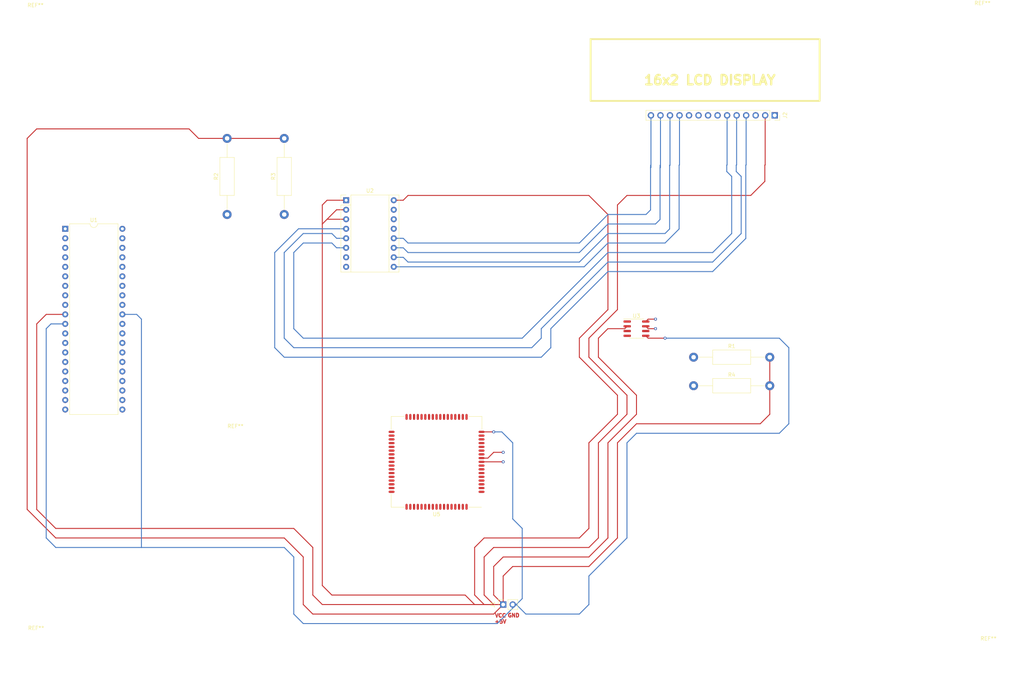
<source format=kicad_pcb>
(kicad_pcb (version 20211014) (generator pcbnew)
  (layers (0 "F.Cu" signal) (1 "In1.Cu" signal) (2 "In2.Cu" signal) (31 "B.Cu" signal) (34 "B.Paste" user) (35 "F.Paste" user) (36 "B.SilkS" user "B.Silkscreen") (37 "F.SilkS" user "F.Silkscreen") (38 "B.Mask" user) (39 "F.Mask" user) (44 "Edge.Cuts" user))
  (net 0 "")
  (net 1 "Net-(J1-Pad1)")
  (net 2 "Net-(J1-Pad2)")
  (net 3 "Net-(R1-Pad1)")
  (net 4 "Net-(R2-Pad1)")
  (net 13 "Net-(U1-Pad14)")
  (net 14 "Net-(U1-Pad15)")
  (net 51 "Net-(U5-Pad55)")
  (net 93 "Net-(U2-Pad4)")
  (net 94 "Net-(U2-Pad5)")
  (net 95 "Net-(U2-Pad6)")
  (net 98 "Net-(U2-Pad9)")
  (net 99 "Net-(U2-Pad10)")
  (net 100 "Net-(U2-Pad11)")
  (net 101 "Net-(U2-Pad12)")
  (footprint "MountingHole:MountingHole_5.3mm_M5" (layer "F.Cu") (at 22.7 187.85)
    (fp_text reference "REF**" (at 0 -6.3) (layer "F.SilkS"))
    (fp_text value "MountingHole_5.3mm_M5")
    (pad "" np_thru_hole circle (at 0 0) (size 5.3 5.3) (drill 5.3) (layers *.Cu *.Mask))
  )
  (footprint "MountingHole:MountingHole_5.3mm_M5" (layer "F.Cu") (at 275.2 21)
    (fp_text reference "REF**" (at 0 -6.3) (layer "F.SilkS"))
    (fp_text value "MountingHole_5.3mm_M5")
    (pad "" np_thru_hole circle (at 0 0) (size 5.3 5.3) (drill 5.3) (layers *.Cu *.Mask))
  )
  (footprint "Package_DIP:DIP-40_W15.24mm" (layer "F.Cu") (at 30.475 74.935)
    (fp_text reference "U1" (at 7.62 -2.33) (layer "F.SilkS"))
    (fp_text value "ATmega32A-P")
    (fp_line (start 1.16 -1.33) (end 1.16 49.59) (layer "F.SilkS") (width 0.12))
    (fp_line (start 1.16 49.59) (end 14.08 49.59) (layer "F.SilkS") (width 0.12))
    (fp_line (start 14.08 -1.33) (end 8.62 -1.33) (layer "F.SilkS") (width 0.12))
    (fp_line (start 14.08 49.59) (end 14.08 -1.33) (layer "F.SilkS") (width 0.12))
    (fp_line (start 6.62 -1.33) (end 1.16 -1.33) (layer "F.SilkS") (width 0.12))
    (fp_arc (start 8.62 -1.33) (mid 7.62 -0.33) (end 6.62 -1.33) (layer "F.SilkS") (width 0.12))
    (pad "1" thru_hole rect (at 0 0) (size 1.6 1.6) (drill 0.8) (layers *.Cu *.Mask))
    (pad "2" thru_hole oval (at 0 2.54) (size 1.6 1.6) (drill 0.8) (layers *.Cu *.Mask))
    (pad "3" thru_hole oval (at 0 5.08) (size 1.6 1.6) (drill 0.8) (layers *.Cu *.Mask))
    (pad "4" thru_hole oval (at 0 7.62) (size 1.6 1.6) (drill 0.8) (layers *.Cu *.Mask))
    (pad "5" thru_hole oval (at 0 10.16) (size 1.6 1.6) (drill 0.8) (layers *.Cu *.Mask))
    (pad "6" thru_hole oval (at 0 12.7) (size 1.6 1.6) (drill 0.8) (layers *.Cu *.Mask))
    (pad "7" thru_hole oval (at 0 15.24) (size 1.6 1.6) (drill 0.8) (layers *.Cu *.Mask))
    (pad "8" thru_hole oval (at 0 17.78) (size 1.6 1.6) (drill 0.8) (layers *.Cu *.Mask))
    (pad "9" thru_hole oval (at 0 20.32) (size 1.6 1.6) (drill 0.8) (layers *.Cu *.Mask))
    (pad "10" thru_hole oval (at 0 22.86) (size 1.6 1.6) (drill 0.8) (layers *.Cu *.Mask) (net 1 "Net-(J1-Pad1)"))
    (pad "11" thru_hole oval (at 0 25.4) (size 1.6 1.6) (drill 0.8) (layers *.Cu *.Mask) (net 2 "Net-(J1-Pad2)"))
    (pad "12" thru_hole oval (at 0 27.94) (size 1.6 1.6) (drill 0.8) (layers *.Cu *.Mask))
    (pad "13" thru_hole oval (at 0 30.48) (size 1.6 1.6) (drill 0.8) (layers *.Cu *.Mask))
    (pad "14" thru_hole oval (at 0 33.02) (size 1.6 1.6) (drill 0.8) (layers *.Cu *.Mask) (net 13 "Net-(U1-Pad14)"))
    (pad "15" thru_hole oval (at 0 35.56) (size 1.6 1.6) (drill 0.8) (layers *.Cu *.Mask) (net 14 "Net-(U1-Pad15)"))
    (pad "16" thru_hole oval (at 0 38.1) (size 1.6 1.6) (drill 0.8) (layers *.Cu *.Mask))
    (pad "17" thru_hole oval (at 0 40.64) (size 1.6 1.6) (drill 0.8) (layers *.Cu *.Mask))
    (pad "18" thru_hole oval (at 0 43.18) (size 1.6 1.6) (drill 0.8) (layers *.Cu *.Mask))
    (pad "19" thru_hole oval (at 0 45.72) (size 1.6 1.6) (drill 0.8) (layers *.Cu *.Mask))
    (pad "20" thru_hole oval (at 0 48.26) (size 1.6 1.6) (drill 0.8) (layers *.Cu *.Mask))
    (pad "21" thru_hole oval (at 15.24 48.26) (size 1.6 1.6) (drill 0.8) (layers *.Cu *.Mask))
    (pad "22" thru_hole oval (at 15.24 45.72) (size 1.6 1.6) (drill 0.8) (layers *.Cu *.Mask) (net 3 "Net-(R1-Pad1)"))
    (pad "23" thru_hole oval (at 15.24 43.18) (size 1.6 1.6) (drill 0.8) (layers *.Cu *.Mask) (net 4 "Net-(R2-Pad1)"))
    (pad "24" thru_hole oval (at 15.24 40.64) (size 1.6 1.6) (drill 0.8) (layers *.Cu *.Mask))
    (pad "25" thru_hole oval (at 15.24 38.1) (size 1.6 1.6) (drill 0.8) (layers *.Cu *.Mask))
    (pad "26" thru_hole oval (at 15.24 35.56) (size 1.6 1.6) (drill 0.8) (layers *.Cu *.Mask))
    (pad "27" thru_hole oval (at 15.24 33.02) (size 1.6 1.6) (drill 0.8) (layers *.Cu *.Mask))
    (pad "28" thru_hole oval (at 15.24 30.48) (size 1.6 1.6) (drill 0.8) (layers *.Cu *.Mask))
    (pad "29" thru_hole oval (at 15.24 27.94) (size 1.6 1.6) (drill 0.8) (layers *.Cu *.Mask))
    (pad "30" thru_hole oval (at 15.24 25.4) (size 1.6 1.6) (drill 0.8) (layers *.Cu *.Mask))
    (pad "31" thru_hole oval (at 15.24 22.86) (size 1.6 1.6) (drill 0.8) (layers *.Cu *.Mask) (net 2 "Net-(J1-Pad2)"))
    (pad "32" thru_hole oval (at 15.24 20.32) (size 1.6 1.6) (drill 0.8) (layers *.Cu *.Mask))
    (pad "33" thru_hole oval (at 15.24 17.78) (size 1.6 1.6) (drill 0.8) (layers *.Cu *.Mask))
    (pad "34" thru_hole oval (at 15.24 15.24) (size 1.6 1.6) (drill 0.8) (layers *.Cu *.Mask))
    (pad "35" thru_hole oval (at 15.24 12.7) (size 1.6 1.6) (drill 0.8) (layers *.Cu *.Mask))
    (pad "36" thru_hole oval (at 15.24 10.16) (size 1.6 1.6) (drill 0.8) (layers *.Cu *.Mask))
    (pad "37" thru_hole oval (at 15.24 7.62) (size 1.6 1.6) (drill 0.8) (layers *.Cu *.Mask))
    (pad "38" thru_hole oval (at 15.24 5.08) (size 1.6 1.6) (drill 0.8) (layers *.Cu *.Mask))
    (pad "39" thru_hole oval (at 15.24 2.54) (size 1.6 1.6) (drill 0.8) (layers *.Cu *.Mask))
    (pad "40" thru_hole oval (at 15.24 0) (size 1.6 1.6) (drill 0.8) (layers *.Cu *.Mask))
  )
  (footprint "RF_GSM:SIMCom_SIM900" (layer "F.Cu") (at 129.54 137.16 180)
    (fp_text reference "U5" (at 0 -14) (layer "F.SilkS"))
    (fp_text value "SIM900")
    (fp_line (start -12.11 12.11) (end -8.6 12.11) (layer "F.SilkS") (width 0.12))
    (fp_line (start 8.6 12.11) (end 12.11 12.11) (layer "F.SilkS") (width 0.12))
    (fp_line (start 12.11 8.6) (end 12.11 12.11) (layer "F.SilkS") (width 0.12))
    (fp_line (start -12 -12.11) (end -8.6 -12.11) (layer "F.SilkS") (width 0.12))
    (fp_line (start 12.11 -12.11) (end 12.11 -8.6) (layer "F.SilkS") (width 0.12))
    (fp_line (start -12.11 8.6) (end -12.11 12.11) (layer "F.SilkS") (width 0.12))
    (fp_line (start 8.6 -12.11) (end 12.11 -12.11) (layer "F.SilkS") (width 0.12))
    (pad "1" smd oval (at -12 -8 180) (size 1.6 0.6) (layers "F.Cu" "F.Paste" "F.Mask"))
    (pad "2" smd oval (at -12 -7 180) (size 1.6 0.6) (layers "F.Cu" "F.Paste" "F.Mask"))
    (pad "3" smd oval (at -12 -6 180) (size 1.6 0.6) (layers "F.Cu" "F.Paste" "F.Mask"))
    (pad "4" smd oval (at -12 -5 180) (size 1.6 0.6) (layers "F.Cu" "F.Paste" "F.Mask"))
    (pad "5" smd oval (at -12 -4 180) (size 1.6 0.6) (layers "F.Cu" "F.Paste" "F.Mask"))
    (pad "6" smd oval (at -12 -3 180) (size 1.6 0.6) (layers "F.Cu" "F.Paste" "F.Mask"))
    (pad "7" smd oval (at -12 -2 180) (size 1.6 0.6) (layers "F.Cu" "F.Paste" "F.Mask"))
    (pad "8" smd oval (at -12 -1 180) (size 1.6 0.6) (layers "F.Cu" "F.Paste" "F.Mask"))
    (pad "9" smd oval (at -12 0 180) (size 1.6 0.6) (layers "F.Cu" "F.Paste" "F.Mask") (net 13 "Net-(U1-Pad14)"))
    (pad "10" smd oval (at -12 1 180) (size 1.6 0.6) (layers "F.Cu" "F.Paste" "F.Mask") (net 14 "Net-(U1-Pad15)"))
    (pad "11" smd oval (at -12 2 180) (size 1.6 0.6) (layers "F.Cu" "F.Paste" "F.Mask"))
    (pad "12" smd oval (at -12 3 180) (size 1.6 0.6) (layers "F.Cu" "F.Paste" "F.Mask"))
    (pad "13" smd oval (at -12 4 180) (size 1.6 0.6) (layers "F.Cu" "F.Paste" "F.Mask"))
    (pad "14" smd oval (at -12 5 180) (size 1.6 0.6) (layers "F.Cu" "F.Paste" "F.Mask"))
    (pad "15" smd oval (at -12 6 180) (size 1.6 0.6) (layers "F.Cu" "F.Paste" "F.Mask"))
    (pad "16" smd oval (at -12 7 180) (size 1.6 0.6) (layers "F.Cu" "F.Paste" "F.Mask"))
    (pad "17" smd oval (at -12 8 180) (size 1.6 0.6) (layers "F.Cu" "F.Paste" "F.Mask") (net 2 "Net-(J1-Pad2)"))
    (pad "18" smd oval (at -8 12 180) (size 0.6 1.6) (layers "F.Cu" "F.Paste" "F.Mask") (net 2 "Net-(J1-Pad2)"))
    (pad "19" smd oval (at -7 12 180) (size 0.6 1.6) (layers "F.Cu" "F.Paste" "F.Mask"))
    (pad "20" smd oval (at -6 12 180) (size 0.6 1.6) (layers "F.Cu" "F.Paste" "F.Mask"))
    (pad "21" smd oval (at -5 12 180) (size 0.6 1.6) (layers "F.Cu" "F.Paste" "F.Mask"))
    (pad "22" smd oval (at -4 12 180) (size 0.6 1.6) (layers "F.Cu" "F.Paste" "F.Mask"))
    (pad "23" smd oval (at -3 12 180) (size 0.6 1.6) (layers "F.Cu" "F.Paste" "F.Mask"))
    (pad "24" smd oval (at -2 12 180) (size 0.6 1.6) (layers "F.Cu" "F.Paste" "F.Mask"))
    (pad "25" smd oval (at -1 12 180) (size 0.6 1.6) (layers "F.Cu" "F.Paste" "F.Mask"))
    (pad "26" smd oval (at 0 12 180) (size 0.6 1.6) (layers "F.Cu" "F.Paste" "F.Mask"))
    (pad "27" smd oval (at 1 12 180) (size 0.6 1.6) (layers "F.Cu" "F.Paste" "F.Mask"))
    (pad "28" smd oval (at 2 12 180) (size 0.6 1.6) (layers "F.Cu" "F.Paste" "F.Mask"))
    (pad "29" smd oval (at 3 12 180) (size 0.6 1.6) (layers "F.Cu" "F.Paste" "F.Mask") (net 2 "Net-(J1-Pad2)"))
    (pad "30" smd oval (at 4 12 180) (size 0.6 1.6) (layers "F.Cu" "F.Paste" "F.Mask"))
    (pad "31" smd oval (at 5 12 180) (size 0.6 1.6) (layers "F.Cu" "F.Paste" "F.Mask"))
    (pad "32" smd oval (at 6 12 180) (size 0.6 1.6) (layers "F.Cu" "F.Paste" "F.Mask"))
    (pad "33" smd oval (at 7 12 180) (size 0.6 1.6) (layers "F.Cu" "F.Paste" "F.Mask"))
    (pad "34" smd oval (at 8 12 180) (size 0.6 1.6) (layers "F.Cu" "F.Paste" "F.Mask"))
    (pad "35" smd oval (at 12 8 180) (size 1.6 0.6) (layers "F.Cu" "F.Paste" "F.Mask"))
    (pad "36" smd oval (at 12 7 180) (size 1.6 0.6) (layers "F.Cu" "F.Paste" "F.Mask"))
    (pad "37" smd oval (at 12 6 180) (size 1.6 0.6) (layers "F.Cu" "F.Paste" "F.Mask"))
    (pad "38" smd oval (at 12 5 180) (size 1.6 0.6) (layers "F.Cu" "F.Paste" "F.Mask"))
    (pad "39" smd oval (at 12 4 180) (size 1.6 0.6) (layers "F.Cu" "F.Paste" "F.Mask") (net 2 "Net-(J1-Pad2)"))
    (pad "40" smd oval (at 12 3 180) (size 1.6 0.6) (layers "F.Cu" "F.Paste" "F.Mask"))
    (pad "41" smd oval (at 12 2 180) (size 1.6 0.6) (layers "F.Cu" "F.Paste" "F.Mask"))
    (pad "42" smd oval (at 12 1 180) (size 1.6 0.6) (layers "F.Cu" "F.Paste" "F.Mask"))
    (pad "43" smd oval (at 12 0 180) (size 1.6 0.6) (layers "F.Cu" "F.Paste" "F.Mask"))
    (pad "44" smd oval (at 12 -1 180) (size 1.6 0.6) (layers "F.Cu" "F.Paste" "F.Mask"))
    (pad "45" smd oval (at 12 -2 180) (size 1.6 0.6) (layers "F.Cu" "F.Paste" "F.Mask") (net 2 "Net-(J1-Pad2)"))
    (pad "46" smd oval (at 12 -3 180) (size 1.6 0.6) (layers "F.Cu" "F.Paste" "F.Mask") (net 2 "Net-(J1-Pad2)"))
    (pad "47" smd oval (at 12 -4 180) (size 1.6 0.6) (layers "F.Cu" "F.Paste" "F.Mask"))
    (pad "48" smd oval (at 12 -5 180) (size 1.6 0.6) (layers "F.Cu" "F.Paste" "F.Mask"))
    (pad "49" smd oval (at 12 -6 180) (size 1.6 0.6) (layers "F.Cu" "F.Paste" "F.Mask"))
    (pad "50" smd oval (at 12 -7 180) (size 1.6 0.6) (layers "F.Cu" "F.Paste" "F.Mask"))
    (pad "51" smd oval (at 12 -8 180) (size 1.6 0.6) (layers "F.Cu" "F.Paste" "F.Mask"))
    (pad "52" smd oval (at 8 -12 180) (size 0.6 1.6) (layers "F.Cu" "F.Paste" "F.Mask"))
    (pad "53" smd oval (at 7 -12 180) (size 0.6 1.6) (layers "F.Cu" "F.Paste" "F.Mask") (net 2 "Net-(J1-Pad2)"))
    (pad "54" smd oval (at 6 -12 180) (size 0.6 1.6) (layers "F.Cu" "F.Paste" "F.Mask") (net 2 "Net-(J1-Pad2)"))
    (pad "55" smd oval (at 5 -12 180) (size 0.6 1.6) (layers "F.Cu" "F.Paste" "F.Mask") (net 51 "Net-(U5-Pad55)"))
    (pad "56" smd oval (at 4 -12 180) (size 0.6 1.6) (layers "F.Cu" "F.Paste" "F.Mask") (net 51 "Net-(U5-Pad55)"))
    (pad "57" smd oval (at 3 -12 180) (size 0.6 1.6) (layers "F.Cu" "F.Paste" "F.Mask") (net 51 "Net-(U5-Pad55)"))
    (pad "58" smd oval (at 2 -12 180) (size 0.6 1.6) (layers "F.Cu" "F.Paste" "F.Mask") (net 2 "Net-(J1-Pad2)"))
    (pad "59" smd oval (at 1 -12 180) (size 0.6 1.6) (layers "F.Cu" "F.Paste" "F.Mask") (net 2 "Net-(J1-Pad2)"))
    (pad "60" smd oval (at 0 -12 180) (size 0.6 1.6) (layers "F.Cu" "F.Paste" "F.Mask"))
    (pad "61" smd oval (at -1 -12 180) (size 0.6 1.6) (layers "F.Cu" "F.Paste" "F.Mask") (net 2 "Net-(J1-Pad2)"))
    (pad "62" smd oval (at -2 -12 180) (size 0.6 1.6) (layers "F.Cu" "F.Paste" "F.Mask") (net 2 "Net-(J1-Pad2)"))
    (pad "63" smd oval (at -3 -12 180) (size 0.6 1.6) (layers "F.Cu" "F.Paste" "F.Mask") (net 2 "Net-(J1-Pad2)"))
    (pad "64" smd oval (at -4 -12 180) (size 0.6 1.6) (layers "F.Cu" "F.Paste" "F.Mask") (net 2 "Net-(J1-Pad2)"))
    (pad "65" smd oval (at -5 -12 180) (size 0.6 1.6) (layers "F.Cu" "F.Paste" "F.Mask") (net 2 "Net-(J1-Pad2)"))
    (pad "66" smd oval (at -6 -12 180) (size 0.6 1.6) (layers "F.Cu" "F.Paste" "F.Mask"))
    (pad "67" smd oval (at -7 -12 180) (size 0.6 1.6) (layers "F.Cu" "F.Paste" "F.Mask"))
    (pad "68" smd oval (at -8 -12 180) (size 0.6 1.6) (layers "F.Cu" "F.Paste" "F.Mask"))
  )
  (footprint "Resistor_THT:R_Axial_DIN0411_L9.9mm_D3.6mm_P20.32mm_Horizontal" (layer "F.Cu") (at 88.9 71.12 90)
    (fp_text reference "R3" (at 10.16 -2.92 90) (layer "F.SilkS"))
    (fp_text value "R")
    (fp_line (start 15.23 1.92) (end 15.23 -1.92) (layer "F.SilkS") (width 0.12))
    (fp_line (start 1.44 0) (end 5.09 0) (layer "F.SilkS") (width 0.12))
    (fp_line (start 18.88 0) (end 15.23 0) (layer "F.SilkS") (width 0.12))
    (fp_line (start 5.09 1.92) (end 15.23 1.92) (layer "F.SilkS") (width 0.12))
    (fp_line (start 5.09 -1.92) (end 5.09 1.92) (layer "F.SilkS") (width 0.12))
    (fp_line (start 15.23 -1.92) (end 5.09 -1.92) (layer "F.SilkS") (width 0.12))
    (pad "1" thru_hole circle (at 0 0 90) (size 2.4 2.4) (drill 1.2) (layers *.Cu *.Mask) (net 3 "Net-(R1-Pad1)"))
    (pad "2" thru_hole oval (at 20.32 0 90) (size 2.4 2.4) (drill 1.2) (layers *.Cu *.Mask) (net 1 "Net-(J1-Pad1)"))
  )
  (footprint "Resistor_THT:R_Axial_DIN0411_L9.9mm_D3.6mm_P20.32mm_Horizontal" (layer "F.Cu") (at 198.12 109.22)
    (fp_text reference "R1" (at 10.16 -2.92) (layer "F.SilkS"))
    (fp_text value "R")
    (fp_line (start 15.23 1.92) (end 15.23 -1.92) (layer "F.SilkS") (width 0.12))
    (fp_line (start 1.44 0) (end 5.09 0) (layer "F.SilkS") (width 0.12))
    (fp_line (start 15.23 -1.92) (end 5.09 -1.92) (layer "F.SilkS") (width 0.12))
    (fp_line (start 5.09 -1.92) (end 5.09 1.92) (layer "F.SilkS") (width 0.12))
    (fp_line (start 18.88 0) (end 15.23 0) (layer "F.SilkS") (width 0.12))
    (fp_line (start 5.09 1.92) (end 15.23 1.92) (layer "F.SilkS") (width 0.12))
    (pad "1" thru_hole circle (at 0 0) (size 2.4 2.4) (drill 1.2) (layers *.Cu *.Mask) (net 3 "Net-(R1-Pad1)"))
    (pad "2" thru_hole oval (at 20.32 0) (size 2.4 2.4) (drill 1.2) (layers *.Cu *.Mask) (net 1 "Net-(J1-Pad1)"))
  )
  (footprint "Module:Pololu_Breakout-16_15.2x20.3mm" (layer "F.Cu") (at 105.42 67.31)
    (fp_text reference "U2" (at 6.35 -2.54) (layer "F.SilkS"))
    (fp_text value "PCF8574")
    (fp_line (start 1.27 1.27) (end -1.4 1.27) (layer "F.SilkS") (width 0.12))
    (fp_line (start 11.43 -1.4) (end 11.43 19.18) (layer "F.SilkS") (width 0.12))
    (fp_line (start -1.4 -1.4) (end -1.4 0) (layer "F.SilkS") (width 0.12))
    (fp_line (start 1.27 -1.4) (end 1.27 1.27) (layer "F.SilkS") (width 0.12))
    (fp_line (start 1.27 1.27) (end 1.27 19.18) (layer "F.SilkS") (width 0.12))
    (fp_line (start 14.1 19.18) (end 14.1 -1.4) (layer "F.SilkS") (width 0.12))
    (fp_line (start 14.1 -1.4) (end 1.27 -1.4) (layer "F.SilkS") (width 0.12))
    (fp_line (start -1.4 1.27) (end -1.4 19.18) (layer "F.SilkS") (width 0.12))
    (fp_line (start -1.4 19.18) (end 14.1 19.18) (layer "F.SilkS") (width 0.12))
    (fp_line (start 0 -1.4) (end -1.4 -1.4) (layer "F.SilkS") (width 0.12))
    (pad "1" thru_hole rect (at 0 0) (size 1.6 1.6) (drill 0.8) (layers *.Cu *.Mask) (net 1 "Net-(J1-Pad1)"))
    (pad "2" thru_hole oval (at 0 2.54) (size 1.6 1.6) (drill 0.8) (layers *.Cu *.Mask) (net 1 "Net-(J1-Pad1)"))
    (pad "3" thru_hole oval (at 0 5.08) (size 1.6 1.6) (drill 0.8) (layers *.Cu *.Mask) (net 1 "Net-(J1-Pad1)"))
    (pad "4" thru_hole oval (at 0 7.62) (size 1.6 1.6) (drill 0.8) (layers *.Cu *.Mask) (net 93 "Net-(U2-Pad4)"))
    (pad "5" thru_hole oval (at 0 10.16) (size 1.6 1.6) (drill 0.8) (layers *.Cu *.Mask) (net 94 "Net-(U2-Pad5)"))
    (pad "6" thru_hole oval (at 0 12.7) (size 1.6 1.6) (drill 0.8) (layers *.Cu *.Mask) (net 95 "Net-(U2-Pad6)"))
    (pad "7" thru_hole oval (at 0 15.24) (size 1.6 1.6) (drill 0.8) (layers *.Cu *.Mask))
    (pad "8" thru_hole oval (at 0 17.78) (size 1.6 1.6) (drill 0.8) (layers *.Cu *.Mask))
    (pad "9" thru_hole oval (at 12.7 17.78) (size 1.6 1.6) (drill 0.8) (layers *.Cu *.Mask) (net 98 "Net-(U2-Pad9)"))
    (pad "10" thru_hole oval (at 12.7 15.24) (size 1.6 1.6) (drill 0.8) (layers *.Cu *.Mask) (net 99 "Net-(U2-Pad10)"))
    (pad "11" thru_hole oval (at 12.7 12.7) (size 1.6 1.6) (drill 0.8) (layers *.Cu *.Mask) (net 100 "Net-(U2-Pad11)"))
    (pad "12" thru_hole oval (at 12.7 10.16) (size 1.6 1.6) (drill 0.8) (layers *.Cu *.Mask) (net 101 "Net-(U2-Pad12)"))
    (pad "13" thru_hole oval (at 12.7 7.62) (size 1.6 1.6) (drill 0.8) (layers *.Cu *.Mask))
    (pad "14" thru_hole oval (at 12.7 5.08) (size 1.6 1.6) (drill 0.8) (layers *.Cu *.Mask) (net 3 "Net-(R1-Pad1)"))
    (pad "15" thru_hole oval (at 12.7 2.54) (size 1.6 1.6) (drill 0.8) (layers *.Cu *.Mask) (net 4 "Net-(R2-Pad1)"))
    (pad "16" thru_hole oval (at 12.7 0) (size 1.6 1.6) (drill 0.8) (layers *.Cu *.Mask) (net 1 "Net-(J1-Pad1)"))
  )
  (footprint "Resistor_THT:R_Axial_DIN0411_L9.9mm_D3.6mm_P20.32mm_Horizontal" (layer "F.Cu") (at 198.12 116.84)
    (fp_text reference "R4" (at 10.16 -2.92) (layer "F.SilkS"))
    (fp_text value "R")
    (fp_line (start 5.09 -1.92) (end 5.09 1.92) (layer "F.SilkS") (width 0.12))
    (fp_line (start 5.09 1.92) (end 15.23 1.92) (layer "F.SilkS") (width 0.12))
    (fp_line (start 1.44 0) (end 5.09 0) (layer "F.SilkS") (width 0.12))
    (fp_line (start 15.23 1.92) (end 15.23 -1.92) (layer "F.SilkS") (width 0.12))
    (fp_line (start 15.23 -1.92) (end 5.09 -1.92) (layer "F.SilkS") (width 0.12))
    (fp_line (start 18.88 0) (end 15.23 0) (layer "F.SilkS") (width 0.12))
    (pad "1" thru_hole circle (at 0 0) (size 2.4 2.4) (drill 1.2) (layers *.Cu *.Mask) (net 4 "Net-(R2-Pad1)"))
    (pad "2" thru_hole oval (at 20.32 0) (size 2.4 2.4) (drill 1.2) (layers *.Cu *.Mask) (net 1 "Net-(J1-Pad1)"))
  )
  (footprint "MountingHole:MountingHole_5.3mm_M5" (layer "F.Cu") (at 75.9 133.95)
    (fp_text reference "REF**" (at 0 -6.3) (layer "F.SilkS"))
    (fp_text value "MountingHole_5.3mm_M5")
    (pad "" np_thru_hole circle (at 0 0) (size 5.3 5.3) (drill 5.3) (layers *.Cu *.Mask))
  )
  (footprint "Connector_PinSocket_2.54mm:PinSocket_1x02_P2.54mm_Vertical" (layer "F.Cu") (at 147.32 175.26 90)
    (fp_text reference "J1" (at 0 -2.77 90) (layer "F.SilkS"))
    (fp_text value "Screw_Terminal_01x02")
    (fp_line (start -1.33 1.27) (end 1.33 1.27) (layer "F.SilkS") (width 0.12))
    (fp_line (start 0 -1.33) (end 1.33 -1.33) (layer "F.SilkS") (width 0.12))
    (fp_line (start -1.33 1.27) (end -1.33 3.87) (layer "F.SilkS") (width 0.12))
    (fp_line (start 1.33 -1.33) (end 1.33 0) (layer "F.SilkS") (width 0.12))
    (fp_line (start -1.33 3.87) (end 1.33 3.87) (layer "F.SilkS") (width 0.12))
    (fp_line (start 1.33 1.27) (end 1.33 3.87) (layer "F.SilkS") (width 0.12))
    (pad "1" thru_hole rect (at 0 0 90) (size 1.7 1.7) (drill 1) (layers *.Cu *.Mask) (net 1 "Net-(J1-Pad1)"))
    (pad "2" thru_hole oval (at 0 2.54 90) (size 1.7 1.7) (drill 1) (layers *.Cu *.Mask) (net 2 "Net-(J1-Pad2)"))
  )
  (footprint "MountingHole:MountingHole_5.3mm_M5" (layer "F.Cu") (at 276.8 190.65)
    (fp_text reference "REF**" (at 0 -6.3) (layer "F.SilkS"))
    (fp_text value "MountingHole_5.3mm_M5")
    (pad "" np_thru_hole circle (at 0 0) (size 5.3 5.3) (drill 5.3) (layers *.Cu *.Mask))
  )
  (footprint "Resistor_THT:R_Axial_DIN0411_L9.9mm_D3.6mm_P20.32mm_Horizontal" (layer "F.Cu") (at 73.66 71.12 90)
    (fp_text reference "R2" (at 10.16 -2.92 90) (layer "F.SilkS"))
    (fp_text value "R")
    (fp_line (start 5.09 1.92) (end 15.23 1.92) (layer "F.SilkS") (width 0.12))
    (fp_line (start 18.88 0) (end 15.23 0) (layer "F.SilkS") (width 0.12))
    (fp_line (start 1.44 0) (end 5.09 0) (layer "F.SilkS") (width 0.12))
    (fp_line (start 5.09 -1.92) (end 5.09 1.92) (layer "F.SilkS") (width 0.12))
    (fp_line (start 15.23 1.92) (end 15.23 -1.92) (layer "F.SilkS") (width 0.12))
    (fp_line (start 15.23 -1.92) (end 5.09 -1.92) (layer "F.SilkS") (width 0.12))
    (pad "1" thru_hole circle (at 0 0 90) (size 2.4 2.4) (drill 1.2) (layers *.Cu *.Mask) (net 4 "Net-(R2-Pad1)"))
    (pad "2" thru_hole oval (at 20.32 0 90) (size 2.4 2.4) (drill 1.2) (layers *.Cu *.Mask) (net 1 "Net-(J1-Pad1)"))
  )
  (footprint "Connector_PinSocket_2.54mm:PinSocket_1x14_P2.54mm_Vertical" (layer "F.Cu") (at 219.76 44.65 -90)
    (fp_text reference "J2" (at 0 -2.77 90) (layer "F.SilkS"))
    (fp_text value "Conn_01x14_Female")
    (fp_line (start -1.33 34.35) (end 1.33 34.35) (layer "F.SilkS") (width 0.12))
    (fp_line (start 1.33 -1.33) (end 1.33 0) (layer "F.SilkS") (width 0.12))
    (fp_line (start 1.33 1.27) (end 1.33 34.35) (layer "F.SilkS") (width 0.12))
    (fp_line (start -1.33 1.27) (end 1.33 1.27) (layer "F.SilkS") (width 0.12))
    (fp_line (start -1.33 1.27) (end -1.33 34.35) (layer "F.SilkS") (width 0.12))
    (fp_line (start 0 -1.33) (end 1.33 -1.33) (layer "F.SilkS") (width 0.12))
    (pad "1" thru_hole rect (at 0 0 270) (size 1.7 1.7) (drill 1) (layers *.Cu *.Mask))
    (pad "2" thru_hole oval (at 0 2.54 270) (size 1.7 1.7) (drill 1) (layers *.Cu *.Mask) (net 1 "Net-(J1-Pad1)"))
    (pad "3" thru_hole oval (at 0 5.08 270) (size 1.7 1.7) (drill 1) (layers *.Cu *.Mask))
    (pad "4" thru_hole oval (at 0 7.62 270) (size 1.7 1.7) (drill 1) (layers *.Cu *.Mask) (net 93 "Net-(U2-Pad4)"))
    (pad "5" thru_hole oval (at 0 10.16 270) (size 1.7 1.7) (drill 1) (layers *.Cu *.Mask) (net 94 "Net-(U2-Pad5)"))
    (pad "6" thru_hole oval (at 0 12.7 270) (size 1.7 1.7) (drill 1) (layers *.Cu *.Mask) (net 95 "Net-(U2-Pad6)"))
    (pad "7" thru_hole oval (at 0 15.24 270) (size 1.7 1.7) (drill 1) (layers *.Cu *.Mask))
    (pad "8" thru_hole oval (at 0 17.78 270) (size 1.7 1.7) (drill 1) (layers *.Cu *.Mask))
    (pad "9" thru_hole oval (at 0 20.32 270) (size 1.7 1.7) (drill 1) (layers *.Cu *.Mask))
    (pad "10" thru_hole oval (at 0 22.86 270) (size 1.7 1.7) (drill 1) (layers *.Cu *.Mask))
    (pad "11" thru_hole oval (at 0 25.4 270) (size 1.7 1.7) (drill 1) (layers *.Cu *.Mask) (net 98 "Net-(U2-Pad9)"))
    (pad "12" thru_hole oval (at 0 27.94 270) (size 1.7 1.7) (drill 1) (layers *.Cu *.Mask) (net 99 "Net-(U2-Pad10)"))
    (pad "13" thru_hole oval (at 0 30.48 270) (size 1.7 1.7) (drill 1) (layers *.Cu *.Mask) (net 100 "Net-(U2-Pad11)"))
    (pad "14" thru_hole oval (at 0 33.02 270) (size 1.7 1.7) (drill 1) (layers *.Cu *.Mask) (net 101 "Net-(U2-Pad12)"))
  )
  (footprint "MountingHole:MountingHole_5.3mm_M5" (layer "F.Cu") (at 22.55 21.55)
    (fp_text reference "REF**" (at 0 -6.3) (layer "F.SilkS"))
    (fp_text value "MountingHole_5.3mm_M5")
    (pad "" np_thru_hole circle (at 0 0) (size 5.3 5.3) (drill 5.3) (layers *.Cu *.Mask))
  )
  (footprint "Package_SO:SOIC-8_3.9x4.9mm_P1.27mm" (layer "F.Cu") (at 182.88 101.6)
    (fp_text reference "U3" (at 0 -3.4) (layer "F.SilkS"))
    (fp_text value "DS3232M")
    (fp_line (start 0 -2.56) (end -3.45 -2.56) (layer "F.SilkS") (width 0.12))
    (fp_line (start 0 2.56) (end 1.95 2.56) (layer "F.SilkS") (width 0.12))
    (fp_line (start 0 2.56) (end -1.95 2.56) (layer "F.SilkS") (width 0.12))
    (fp_line (start 0 -2.56) (end 1.95 -2.56) (layer "F.SilkS") (width 0.12))
    (pad "1" smd roundrect (at -2.475 -1.905) (size 1.95 0.6) (layers "F.Cu" "F.Paste" "F.Mask"))
    (pad "2" smd roundrect (at -2.475 -0.635) (size 1.95 0.6) (layers "F.Cu" "F.Paste" "F.Mask") (net 1 "Net-(J1-Pad1)"))
    (pad "3" smd roundrect (at -2.475 0.635) (size 1.95 0.6) (layers "F.Cu" "F.Paste" "F.Mask"))
    (pad "4" smd roundrect (at -2.475 1.905) (size 1.95 0.6) (layers "F.Cu" "F.Paste" "F.Mask"))
    (pad "5" smd roundrect (at 2.475 1.905) (size 1.95 0.6) (layers "F.Cu" "F.Paste" "F.Mask") (net 2 "Net-(J1-Pad2)"))
    (pad "6" smd roundrect (at 2.475 0.635) (size 1.95 0.6) (layers "F.Cu" "F.Paste" "F.Mask"))
    (pad "7" smd roundrect (at 2.475 -0.635) (size 1.95 0.6) (layers "F.Cu" "F.Paste" "F.Mask") (net 4 "Net-(R2-Pad1)"))
    (pad "8" smd roundrect (at 2.475 -1.905) (size 1.95 0.6) (layers "F.Cu" "F.Paste" "F.Mask") (net 3 "Net-(R1-Pad1)"))
  )
  (gr_rect (start 170.65 24.3) (end 231.75 40.8) (layer "F.SilkS") (width 0.5) (fill none))
  (gr_text "VCC\n+5V" (at 146.6 179) (layer "F.Cu") (effects (font (size 1 1) (thickness 0.25))))
  (gr_text "GND" (at 150.1 178.15) (layer "F.Cu") (effects (font (size 1 1) (thickness 0.25))))
  (gr_text "16x2 LCD DISPLAY" (at 202.45 35.25) (layer "F.SilkS") (effects (font (size 2.5 2.5) (thickness 0.625))))
  (segment (start 217.22 57.8575) (end 217.22 44.65) (width 0.25) (layer "F.Cu") (net 1))
  (segment (start 175.26 71.12) (end 170.18 66.04) (width 0.25) (layer "F.Cu") (net 1))
  (segment (start 177.8 119.38) (end 167.64 109.22) (width 0.25) (layer "F.Cu") (net 1))
  (segment (start 22.86 100.335) (end 22.86 149.86) (width 0.25) (layer "F.Cu") (net 1))
  (segment (start 105.42 69.85) (end 102.87 69.85) (width 0.25) (layer "F.Cu") (net 1))
  (segment (start 170.18 162.56) (end 147.32 162.56) (width 0.25) (layer "F.Cu") (net 1))
  (segment (start 147.32 175.26) (end 142.24 175.26) (width 0.25) (layer "F.Cu") (net 1))
  (segment (start 167.64 157.48) (end 170.18 154.94) (width 0.25) (layer "F.Cu") (net 1))
  (segment (start 25.4 97.795) (end 22.86 100.335) (width 0.25) (layer "F.Cu") (net 1))
  (segment (start 177.8 96.52) (end 177.8 68.58) (width 0.25) (layer "F.Cu") (net 1))
  (segment (start 170.18 66.04) (end 121.92 66.04) (width 0.25) (layer "F.Cu") (net 1))
  (segment (start 180.34 66.04) (end 213.36 66.04) (width 0.25) (layer "F.Cu") (net 1))
  (segment (start 20.32 149.86) (end 20.32 50.8) (width 0.25) (layer "F.Cu") (net 1))
  (segment (start 180.34 124.46) (end 180.34 119.38) (width 0.25) (layer "F.Cu") (net 1))
  (segment (start 139.7 160.02) (end 142.24 157.48) (width 0.25) (layer "F.Cu") (net 1))
  (segment (start 182.88 127) (end 215.9 127) (width 0.25) (layer "F.Cu") (net 1))
  (segment (start 93.98 162.56) (end 88.9 157.48) (width 0.25) (layer "F.Cu") (net 1))
  (segment (start 144.78 175.26) (end 142.24 172.72) (width 0.25) (layer "F.Cu") (net 1))
  (segment (start 22.86 149.86) (end 27.94 154.94) (width 0.25) (layer "F.Cu") (net 1))
  (segment (start 177.8 157.48) (end 177.8 132.08) (width 0.25) (layer "F.Cu") (net 1))
  (segment (start 30.475 97.795) (end 25.4 97.795) (width 0.25) (layer "F.Cu") (net 1))
  (segment (start 139.7 175.26) (end 147.32 175.26) (width 0.25) (layer "F.Cu") (net 1))
  (segment (start 217.12 62.28) (end 217.12 57.9575) (width 0.25) (layer "F.Cu") (net 1))
  (segment (start 218.44 124.46) (end 218.44 116.84) (width 0.25) (layer "F.Cu") (net 1))
  (segment (start 170.18 132.08) (end 177.8 124.46) (width 0.25) (layer "F.Cu") (net 1))
  (segment (start 147.32 175.26) (end 144.78 177.8) (width 0.25) (layer "F.Cu") (net 1))
  (segment (start 177.8 132.08) (end 182.88 127) (width 0.25) (layer "F.Cu") (net 1))
  (segment (start 167.64 104.14) (end 175.26 96.52) (width 0.25) (layer "F.Cu") (net 1))
  (segment (start 170.18 104.14) (end 177.8 96.52) (width 0.25) (layer "F.Cu") (net 1))
  (segment (start 22.86 48.26) (end 63.5 48.26) (width 0.25) (layer "F.Cu") (net 1))
  (segment (start 175.26 157.48) (end 170.18 162.56) (width 0.25) (layer "F.Cu") (net 1))
  (segment (start 170.18 109.22) (end 170.18 104.14) (width 0.25) (layer "F.Cu") (net 1))
  (segment (start 27.94 154.94) (end 91.44 154.94) (width 0.25) (layer "F.Cu") (net 1))
  (segment (start 27.94 157.48) (end 20.32 149.86) (width 0.25) (layer "F.Cu") (net 1))
  (segment (start 142.24 172.72) (end 142.24 162.56) (width 0.25) (layer "F.Cu") (net 1))
  (segment (start 20.32 50.8) (end 22.86 48.26) (width 0.25) (layer "F.Cu") (net 1))
  (segment (start 96.52 160.02) (end 96.52 172.72) (width 0.25) (layer "F.Cu") (net 1))
  (segment (start 99.06 170.18) (end 101.6 172.72) (width 0.25) (layer "F.Cu") (net 1))
  (segment (start 218.44 116.84) (end 218.44 109.22) (width 0.25) (layer "F.Cu") (net 1))
  (segment (start 99.06 73.66) (end 99.06 170.18) (width 0.25) (layer "F.Cu") (net 1))
  (segment (start 102.87 69.85) (end 100.33 72.39) (width 0.25) (layer "F.Cu") (net 1))
  (segment (start 213.36 66.04) (end 217.12 62.28) (width 0.25) (layer "F.Cu") (net 1))
  (segment (start 172.72 157.48) (end 172.72 132.08) (width 0.25) (layer "F.Cu") (net 1))
  (segment (start 147.32 175.26) (end 147.32 167.64) (width 0.25) (layer "F.Cu") (net 1))
  (segment (start 144.78 172.72) (end 147.32 175.26) (width 0.25) (layer "F.Cu") (net 1))
  (segment (start 182.88 119.38) (end 182.88 124.46) (width 0.25) (layer "F.Cu") (net 1))
  (segment (start 142.24 157.48) (end 167.64 157.48) (width 0.25) (layer "F.Cu") (net 1))
  (segment (start 167.64 109.22) (end 167.64 104.14) (width 0.25) (layer "F.Cu") (net 1))
  (segment (start 63.5 48.26) (end 66.04 50.8) (width 0.25) (layer "F.Cu") (net 1))
  (segment (start 142.24 162.56) (end 144.78 160.02) (width 0.25) (layer "F.Cu") (net 1))
  (segment (start 175.26 96.52) (end 175.26 71.12) (width 0.25) (layer "F.Cu") (net 1))
  (segment (start 142.24 175.26) (end 139.7 172.72) (width 0.25) (layer "F.Cu") (net 1))
  (segment (start 96.52 177.8) (end 93.98 175.26) (width 0.25) (layer "F.Cu") (net 1))
  (segment (start 88.9 157.48) (end 27.94 157.48) (width 0.25) (layer "F.Cu") (net 1))
  (segment (start 172.72 109.22) (end 182.88 119.38) (width 0.25) (layer "F.Cu") (net 1))
  (segment (start 170.18 165.1) (end 177.8 157.48) (width 0.25) (layer "F.Cu") (net 1))
  (segment (start 175.26 101.6) (end 172.72 104.14) (width 0.25) (layer "F.Cu") (net 1))
  (segment (start 149.86 165.1) (end 170.18 165.1) (width 0.25) (layer "F.Cu") (net 1))
  (segment (start 172.72 104.14) (end 172.72 109.22) (width 0.25) (layer "F.Cu") (net 1))
  (segment (start 73.66 50.8) (end 66.04 50.8) (width 0.25) (layer "F.Cu") (net 1))
  (segment (start 93.98 175.26) (end 93.98 162.56) (width 0.25) (layer "F.Cu") (net 1))
  (segment (start 170.18 160.02) (end 172.72 157.48) (width 0.25) (layer "F.Cu") (net 1))
  (segment (start 180.405 100.965) (end 179.77 101.6) (width 0.25) (layer "F.Cu") (net 1))
  (segment (start 170.18 154.94) (end 170.18 132.08) (width 0.25) (layer "F.Cu") (net 1))
  (segment (start 100.33 67.31) (end 99.06 68.58) (width 0.25) (layer "F.Cu") (net 1))
  (segment (start 88.9 50.8) (end 73.66 50.8) (width 0.25) (layer "F.Cu") (net 1))
  (segment (start 144.78 177.8) (end 96.52 177.8) (width 0.25) (layer "F.Cu") (net 1))
  (segment (start 101.6 172.72) (end 137.16 172.72) (width 0.25) (layer "F.Cu") (net 1))
  (segment (start 91.44 154.94) (end 96.52 160.02) (width 0.25) (layer "F.Cu") (net 1))
  (segment (start 144.78 165.1) (end 144.78 172.72) (width 0.25) (layer "F.Cu") (net 1))
  (segment (start 179.77 101.6) (end 175.26 101.6) (width 0.25) (layer "F.Cu") (net 1))
  (segment (start 96.52 172.72) (end 99.06 175.26) (width 0.25) (layer "F.Cu") (net 1))
  (segment (start 100.33 72.39) (end 99.06 73.66) (width 0.25) (layer "F.Cu") (net 1))
  (segment (start 172.72 132.08) (end 180.34 124.46) (width 0.25) (layer "F.Cu") (net 1))
  (segment (start 177.8 68.58) (end 180.34 66.04) (width 0.25) (layer "F.Cu") (net 1))
  (segment (start 147.32 162.56) (end 144.78 165.1) (width 0.25) (layer "F.Cu") (net 1))
  (segment (start 139.7 172.72) (end 139.7 160.02) (width 0.25) (layer "F.Cu") (net 1))
  (segment (start 120.65 67.31) (end 118.12 67.31) (width 0.25) (layer "F.Cu") (net 1))
  (segment (start 121.92 66.04) (end 120.65 67.31) (width 0.25) (layer "F.Cu") (net 1))
  (segment (start 144.78 160.02) (end 170.18 160.02) (width 0.25) (layer "F.Cu") (net 1))
  (segment (start 99.06 68.58) (end 99.06 73.66) (width 0.25) (layer "F.Cu") (net 1))
  (segment (start 99.06 175.26) (end 147.32 175.26) (width 0.25) (layer "F.Cu") (net 1))
  (segment (start 147.32 167.64) (end 149.86 165.1) (width 0.25) (layer "F.Cu") (net 1))
  (segment (start 177.8 124.46) (end 177.8 119.38) (width 0.25) (layer "F.Cu") (net 1))
  (segment (start 147.32 175.26) (end 144.78 175.26) (width 0.25) (layer "F.Cu") (net 1))
  (segment (start 215.9 127) (end 218.44 124.46) (width 0.25) (layer "F.Cu") (net 1))
  (segment (start 105.42 72.39) (end 100.33 72.39) (width 0.25) (layer "F.Cu") (net 1))
  (segment (start 217.12 57.9575) (end 217.22 57.8575) (width 0.25) (layer "F.Cu") (net 1))
  (segment (start 137.16 172.72) (end 139.7 175.26) (width 0.25) (layer "F.Cu") (net 1))
  (segment (start 180.34 119.38) (end 170.18 109.22) (width 0.25) (layer "F.Cu") (net 1))
  (segment (start 175.26 132.08) (end 175.26 157.48) (width 0.25) (layer "F.Cu") (net 1))
  (segment (start 105.42 67.31) (end 100.33 67.31) (width 0.25) (layer "F.Cu") (net 1))
  (segment (start 182.88 124.46) (end 175.26 132.08) (width 0.25) (layer "F.Cu") (net 1))
  (segment (start 185.355 103.505) (end 185.99 104.14) (width 0.25) (layer "F.Cu") (net 2))
  (segment (start 185.99 104.14) (end 190.5 104.14) (width 0.25) (layer "F.Cu") (net 2))
  (segment (start 141.54 129.16) (end 144.78 129.16) (width 0.25) (layer "F.Cu") (net 2))
  (via (at 190.5 104.14) (size 0.8) (drill 0.4) (layers "F.Cu" "B.Cu") (net 2))
  (via (at 144.78 129.16) (size 0.8) (drill 0.4) (layers "F.Cu" "B.Cu") (net 2))
  (segment (start 25.4 157.48) (end 27.94 160.02) (width 0.25) (layer "B.Cu") (net 2))
  (segment (start 190.5 104.14) (end 220.98 104.14) (width 0.25) (layer "B.Cu") (net 2))
  (segment (start 220.98 104.14) (end 223.52 106.68) (width 0.25) (layer "B.Cu") (net 2))
  (segment (start 149.86 132.08) (end 149.86 152.4) (width 0.25) (layer "B.Cu") (net 2))
  (segment (start 220.98 129.54) (end 182.88 129.54) (width 0.25) (layer "B.Cu") (net 2))
  (segment (start 45.715 97.795) (end 49.535 97.795) (width 0.25) (layer "B.Cu") (net 2))
  (segment (start 93.98 180.34) (end 145.74 180.34) (width 0.25) (layer "B.Cu") (net 2))
  (segment (start 144.78 129.16) (end 146.94 129.16) (width 0.25) (layer "B.Cu") (net 2))
  (segment (start 149.86 152.4) (end 152.4 154.94) (width 0.25) (layer "B.Cu") (net 2))
  (segment (start 27.94 160.02) (end 50.8 160.02) (width 0.25) (layer "B.Cu") (net 2))
  (segment (start 153.36 177.8) (end 150.82 175.26) (width 0.25) (layer "B.Cu") (net 2))
  (segment (start 180.34 132.08) (end 180.34 157.48) (width 0.25) (layer "B.Cu") (net 2))
  (segment (start 223.52 127) (end 220.98 129.54) (width 0.25) (layer "B.Cu") (net 2))
  (segment (start 50.8 99.06) (end 50.8 160.02) (width 0.25) (layer "B.Cu") (net 2))
  (segment (start 152.4 173.68) (end 150.82 175.26) (width 0.25) (layer "B.Cu") (net 2))
  (segment (start 182.88 129.54) (end 180.34 132.08) (width 0.25) (layer "B.Cu") (net 2))
  (segment (start 170.18 167.64) (end 170.18 175.26) (width 0.25) (layer "B.Cu") (net 2))
  (segment (start 49.535 97.795) (end 50.8 99.06) (width 0.25) (layer "B.Cu") (net 2))
  (segment (start 170.18 175.26) (end 167.64 177.8) (width 0.25) (layer "B.Cu") (net 2))
  (segment (start 26.665 100.335) (end 30.475 100.335) (width 0.25) (layer "B.Cu") (net 2))
  (segment (start 91.44 162.56) (end 91.44 177.8) (width 0.25) (layer "B.Cu") (net 2))
  (segment (start 91.44 177.8) (end 93.98 180.34) (width 0.25) (layer "B.Cu") (net 2))
  (segment (start 25.4 101.6) (end 26.665 100.335) (width 0.25) (layer "B.Cu") (net 2))
  (segment (start 146.94 129.16) (end 149.86 132.08) (width 0.25) (layer "B.Cu") (net 2))
  (segment (start 223.52 106.68) (end 223.52 127) (width 0.25) (layer "B.Cu") (net 2))
  (segment (start 88.9 160.02) (end 91.44 162.56) (width 0.25) (layer "B.Cu") (net 2))
  (segment (start 152.4 154.94) (end 152.4 173.68) (width 0.25) (layer "B.Cu") (net 2))
  (segment (start 145.74 180.34) (end 150.82 175.26) (width 0.25) (layer "B.Cu") (net 2))
  (segment (start 25.4 157.48) (end 25.4 101.6) (width 0.25) (layer "B.Cu") (net 2))
  (segment (start 167.64 177.8) (end 153.36 177.8) (width 0.25) (layer "B.Cu") (net 2))
  (segment (start 180.34 157.48) (end 170.18 167.64) (width 0.25) (layer "B.Cu") (net 2))
  (segment (start 50.8 160.02) (end 88.9 160.02) (width 0.25) (layer "B.Cu") (net 2))
  (segment (start 185.99 99.06) (end 187.96 99.06) (width 0.25) (layer "F.Cu") (net 3))
  (segment (start 185.355 99.695) (end 185.99 99.06) (width 0.25) (layer "F.Cu") (net 3))
  (via (at 187.96 99.06) (size 0.8) (drill 0.4) (layers "F.Cu" "B.Cu") (net 3))
  (segment (start 185.355 100.965) (end 185.99 101.6) (width 0.25) (layer "F.Cu") (net 4))
  (segment (start 185.99 101.6) (end 187.96 101.6) (width 0.25) (layer "F.Cu") (net 4))
  (via (at 187.96 101.6) (size 0.8) (drill 0.4) (layers "F.Cu" "B.Cu") (net 4))
  (segment (start 141.54 137.16) (end 147.32 137.16) (width 0.25) (layer "F.Cu") (net 13))
  (via (at 147.32 137.16) (size 0.8) (drill 0.4) (layers "F.Cu" "B.Cu") (net 13))
  (segment (start 141.54 136.16) (end 143.24 136.16) (width 0.25) (layer "F.Cu") (net 14))
  (segment (start 144.78 134.62) (end 147.32 134.62) (width 0.25) (layer "F.Cu") (net 14))
  (segment (start 143.24 136.16) (end 144.78 134.62) (width 0.25) (layer "F.Cu") (net 14))
  (via (at 147.32 134.62) (size 0.8) (drill 0.4) (layers "F.Cu" "B.Cu") (net 14))
  (segment (start 105.42 74.93) (end 92.71 74.93) (width 0.25) (layer "B.Cu") (net 93))
  (segment (start 212.04 77.52) (end 212.04 57.9575) (width 0.25) (layer "B.Cu") (net 93))
  (segment (start 86.36 106.68) (end 88.9 109.22) (width 0.25) (layer "B.Cu") (net 93))
  (segment (start 212.14 57.8575) (end 212.14 44.65) (width 0.25) (layer "B.Cu") (net 93))
  (segment (start 203.2 86.36) (end 212.04 77.52) (width 0.25) (layer "B.Cu") (net 93))
  (segment (start 86.36 81.28) (end 86.36 106.68) (width 0.25) (layer "B.Cu") (net 93))
  (segment (start 88.9 109.22) (end 157.48 109.22) (width 0.25) (layer "B.Cu") (net 93))
  (segment (start 160.02 106.68) (end 160.02 101.6) (width 0.25) (layer "B.Cu") (net 93))
  (segment (start 212.04 57.9575) (end 212.14 57.8575) (width 0.25) (layer "B.Cu") (net 93))
  (segment (start 160.02 101.6) (end 175.26 86.36) (width 0.25) (layer "B.Cu") (net 93))
  (segment (start 157.48 109.22) (end 160.02 106.68) (width 0.25) (layer "B.Cu") (net 93))
  (segment (start 92.71 74.93) (end 86.36 81.28) (width 0.25) (layer "B.Cu") (net 93))
  (segment (start 175.26 86.36) (end 203.2 86.36) (width 0.25) (layer "B.Cu") (net 93))
  (segment (start 154.94 106.68) (end 157.48 104.14) (width 0.25) (layer "B.Cu") (net 94))
  (segment (start 91.44 106.68) (end 154.94 106.68) (width 0.25) (layer "B.Cu") (net 94))
  (segment (start 175.26 83.82) (end 203.2 83.82) (width 0.25) (layer "B.Cu") (net 94))
  (segment (start 88.9 104.14) (end 91.44 106.68) (width 0.25) (layer "B.Cu") (net 94))
  (segment (start 88.9 81.28) (end 88.9 104.14) (width 0.25) (layer "B.Cu") (net 94))
  (segment (start 210.82 60.96) (end 209.5 59.64) (width 0.25) (layer "B.Cu") (net 94))
  (segment (start 157.48 104.14) (end 157.48 101.6) (width 0.25) (layer "B.Cu") (net 94))
  (segment (start 102.87 77.47) (end 101.6 76.2) (width 0.25) (layer "B.Cu") (net 94))
  (segment (start 101.6 76.2) (end 93.98 76.2) (width 0.25) (layer "B.Cu") (net 94))
  (segment (start 210.82 76.2) (end 210.82 60.96) (width 0.25) (layer "B.Cu") (net 94))
  (segment (start 209.5 57.9575) (end 209.6 57.8575) (width 0.25) (layer "B.Cu") (net 94))
  (segment (start 203.2 83.82) (end 210.82 76.2) (width 0.25) (layer "B.Cu") (net 94))
  (segment (start 105.42 77.47) (end 102.87 77.47) (width 0.25) (layer "B.Cu") (net 94))
  (segment (start 209.5 59.64) (end 209.5 57.9575) (width 0.25) (layer "B.Cu") (net 94))
  (segment (start 209.6 57.8575) (end 209.6 44.65) (width 0.25) (layer "B.Cu") (net 94))
  (segment (start 157.48 101.6) (end 175.26 83.82) (width 0.25) (layer "B.Cu") (net 94))
  (segment (start 93.98 76.2) (end 88.9 81.28) (width 0.25) (layer "B.Cu") (net 94))
  (segment (start 152.4 104.14) (end 175.26 81.28) (width 0.25) (layer "B.Cu") (net 95))
  (segment (start 101.6 78.74) (end 93.98 78.74) (width 0.25) (layer "B.Cu") (net 95))
  (segment (start 206.96 59.64) (end 206.96 57.9575) (width 0.25) (layer "B.Cu") (net 95))
  (segment (start 206.96 57.9575) (end 207.06 57.8575) (width 0.25) (layer "B.Cu") (net 95))
  (segment (start 93.98 104.14) (end 152.4 104.14) (width 0.25) (layer "B.Cu") (net 95))
  (segment (start 91.44 81.28) (end 91.44 101.6) (width 0.25) (layer "B.Cu") (net 95))
  (segment (start 91.44 101.6) (end 93.98 104.14) (width 0.25) (layer "B.Cu") (net 95))
  (segment (start 105.42 80.01) (end 102.87 80.01) (width 0.25) (layer "B.Cu") (net 95))
  (segment (start 93.98 78.74) (end 91.44 81.28) (width 0.25) (layer "B.Cu") (net 95))
  (segment (start 208.28 60.96) (end 206.96 59.64) (width 0.25) (layer "B.Cu") (net 95))
  (segment (start 175.26 81.28) (end 203.2 81.28) (width 0.25) (layer "B.Cu") (net 95))
  (segment (start 208.28 76.2) (end 208.28 60.96) (width 0.25) (layer "B.Cu") (net 95))
  (segment (start 203.2 81.28) (end 208.28 76.2) (width 0.25) (layer "B.Cu") (net 95))
  (segment (start 207.06 57.8575) (end 207.06 44.65) (width 0.25) (layer "B.Cu") (net 95))
  (segment (start 102.87 80.01) (end 101.6 78.74) (width 0.25) (layer "B.Cu") (net 95))
  (segment (start 194.26 57.9575) (end 194.36 57.8575) (width 0.25) (layer "B.Cu") (net 98))
  (segment (start 168.91 85.09) (end 175.26 78.74) (width 0.25) (layer "B.Cu") (net 98))
  (segment (start 194.36 57.8575) (end 194.36 44.65) (width 0.25) (layer "B.Cu") (net 98))
  (segment (start 175.26 78.74) (end 190.5 78.74) (width 0.25) (layer "B.Cu") (net 98))
  (segment (start 118.12 85.09) (end 168.91 85.09) (width 0.25) (layer "B.Cu") (net 98))
  (segment (start 190.5 78.74) (end 194.26 74.98) (width 0.25) (layer "B.Cu") (net 98))
  (segment (start 194.26 74.98) (end 194.26 57.9575) (width 0.25) (layer "B.Cu") (net 98))
  (segment (start 191.72 58.07) (end 191.82 57.97) (width 0.25) (layer "B.Cu") (net 99))
  (segment (start 191.72 58.07) (end 191.72 57.9575) (width 0.25) (layer "B.Cu") (net 99))
  (segment (start 120.65 82.55) (end 121.92 83.82) (width 0.25) (layer "B.Cu") (net 99))
  (segment (start 191.72 74.98) (end 191.72 58.07) (width 0.25) (layer "B.Cu") (net 99))
  (segment (start 175.26 76.2) (end 190.5 76.2) (width 0.25) (layer "B.Cu") (net 99))
  (segment (start 191.82 57.97) (end 191.82 44.65) (width 0.25) (layer "B.Cu") (net 99))
  (segment (start 118.12 82.55) (end 120.65 82.55) (width 0.25) (layer "B.Cu") (net 99))
  (segment (start 190.5 76.2) (end 191.72 74.98) (width 0.25) (layer "B.Cu") (net 99))
  (segment (start 167.64 83.82) (end 175.26 76.2) (width 0.25) (layer "B.Cu") (net 99))
  (segment (start 121.92 83.82) (end 167.64 83.82) (width 0.25) (layer "B.Cu") (net 99))
  (segment (start 118.12 80.01) (end 120.65 80.01) (width 0.25) (layer "B.Cu") (net 100))
  (segment (start 167.64 81.28) (end 175.26 73.66) (width 0.25) (layer "B.Cu") (net 100))
  (segment (start 189.28 58.56984) (end 189.28 44.65) (width 0.25) (layer "B.Cu") (net 100))
  (segment (start 189.17492 58.67492) (end 189.28 58.56984) (width 0.25) (layer "B.Cu") (net 100))
  (segment (start 189.17492 58.67492) (end 189.17492 57.95496) (width 0.25) (layer "B.Cu") (net 100))
  (segment (start 189.17492 72.44508) (end 189.17492 58.67492) (width 0.25) (layer "B.Cu") (net 100))
  (segment (start 187.96 73.66) (end 189.17492 72.44508) (width 0.25) (layer "B.Cu") (net 100))
  (segment (start 121.92 81.28) (end 167.64 81.28) (width 0.25) (layer "B.Cu") (net 100))
  (segment (start 120.65 80.01) (end 121.92 81.28) (width 0.25) (layer "B.Cu") (net 100))
  (segment (start 175.26 73.66) (end 187.96 73.66) (width 0.25) (layer "B.Cu") (net 100))
  (segment (start 186.64 69.9) (end 186.64 58.64) (width 0.25) (layer "B.Cu") (net 101))
  (segment (start 185.42 71.12) (end 186.64 69.9) (width 0.25) (layer "B.Cu") (net 101))
  (segment (start 120.65 77.47) (end 121.92 78.74) (width 0.25) (layer "B.Cu") (net 101))
  (segment (start 186.64 58.64) (end 186.64 57.9575) (width 0.25) (layer "B.Cu") (net 101))
  (segment (start 121.92 78.74) (end 167.64 78.74) (width 0.25) (layer "B.Cu") (net 101))
  (segment (start 175.26 71.12) (end 185.42 71.12) (width 0.25) (layer "B.Cu") (net 101))
  (segment (start 167.64 78.74) (end 175.26 71.12) (width 0.25) (layer "B.Cu") (net 101))
  (segment (start 186.64 58.64) (end 186.74 58.54) (width 0.25) (layer "B.Cu") (net 101))
  (segment (start 118.12 77.47) (end 120.65 77.47) (width 0.25) (layer "B.Cu") (net 101))
  (segment (start 186.74 58.54) (end 186.74 44.65) (width 0.25) (layer "B.Cu") (net 101))
)
</source>
